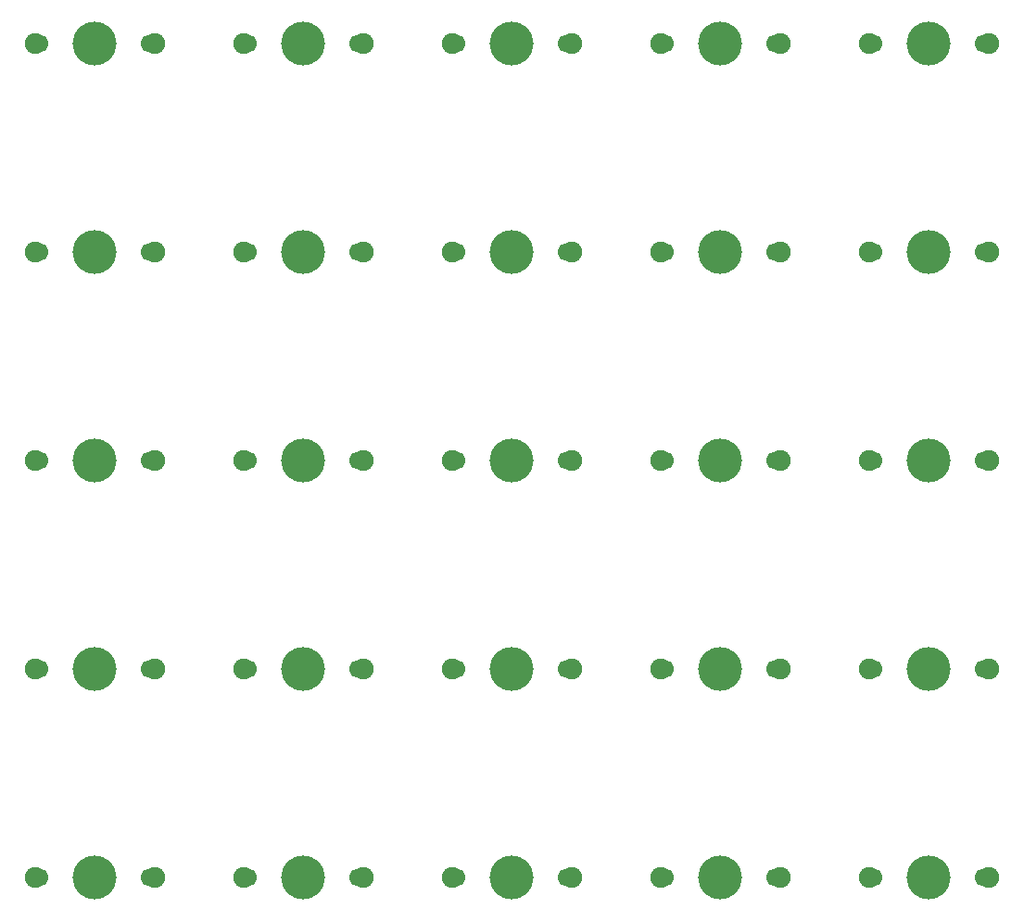
<source format=gts>
G04 #@! TF.GenerationSoftware,KiCad,Pcbnew,(5.1.9)-1*
G04 #@! TF.CreationDate,2021-04-17T21:53:40+09:00*
G04 #@! TF.ProjectId,____________,adfcb9a4-c3c1-428e-91a4-f3fa7f2e6b69,rev?*
G04 #@! TF.SameCoordinates,Original*
G04 #@! TF.FileFunction,Soldermask,Top*
G04 #@! TF.FilePolarity,Negative*
%FSLAX46Y46*%
G04 Gerber Fmt 4.6, Leading zero omitted, Abs format (unit mm)*
G04 Created by KiCad (PCBNEW (5.1.9)-1) date 2021-04-17 21:53:40*
%MOMM*%
%LPD*%
G01*
G04 APERTURE LIST*
%ADD10C,4.000000*%
%ADD11C,1.900000*%
%ADD12C,1.700000*%
G04 APERTURE END LIST*
D10*
X85700000Y7500000D03*
D11*
X80200000Y7500000D03*
X91200000Y7500000D03*
D12*
X90780000Y7500000D03*
X80620000Y7500000D03*
X80620000Y83700000D03*
X90780000Y83700000D03*
D11*
X91200000Y83700000D03*
X80200000Y83700000D03*
D10*
X85700000Y83700000D03*
D12*
X4420000Y83700000D03*
X14580000Y83700000D03*
D11*
X15000000Y83700000D03*
X4000000Y83700000D03*
D10*
X9500000Y83700000D03*
D12*
X80620000Y26550000D03*
X90780000Y26550000D03*
D11*
X91200000Y26550000D03*
X80200000Y26550000D03*
D10*
X85700000Y26550000D03*
D12*
X80620000Y64650000D03*
X90780000Y64650000D03*
D11*
X91200000Y64650000D03*
X80200000Y64650000D03*
D10*
X85700000Y64650000D03*
X9500000Y64650000D03*
D11*
X4000000Y64650000D03*
X15000000Y64650000D03*
D12*
X14580000Y64650000D03*
X4420000Y64650000D03*
X4420000Y45600000D03*
X14580000Y45600000D03*
D11*
X15000000Y45600000D03*
X4000000Y45600000D03*
D10*
X9500000Y45600000D03*
X9500000Y26550000D03*
D11*
X4000000Y26550000D03*
X15000000Y26550000D03*
D12*
X14580000Y26550000D03*
X4420000Y26550000D03*
X23470000Y83700000D03*
X33630000Y83700000D03*
D11*
X34050000Y83700000D03*
X23050000Y83700000D03*
D10*
X28550000Y83700000D03*
X28550000Y64650000D03*
D11*
X23050000Y64650000D03*
X34050000Y64650000D03*
D12*
X33630000Y64650000D03*
X23470000Y64650000D03*
X23470000Y45600000D03*
X33630000Y45600000D03*
D11*
X34050000Y45600000D03*
X23050000Y45600000D03*
D10*
X28550000Y45600000D03*
X28550000Y26550000D03*
D11*
X23050000Y26550000D03*
X34050000Y26550000D03*
D12*
X33630000Y26550000D03*
X23470000Y26550000D03*
D10*
X47600000Y83700000D03*
D11*
X42100000Y83700000D03*
X53100000Y83700000D03*
D12*
X52680000Y83700000D03*
X42520000Y83700000D03*
D10*
X47600000Y64650000D03*
D11*
X42100000Y64650000D03*
X53100000Y64650000D03*
D12*
X52680000Y64650000D03*
X42520000Y64650000D03*
X42520000Y45600000D03*
X52680000Y45600000D03*
D11*
X53100000Y45600000D03*
X42100000Y45600000D03*
D10*
X47600000Y45600000D03*
X47600000Y26550000D03*
D11*
X42100000Y26550000D03*
X53100000Y26550000D03*
D12*
X52680000Y26550000D03*
X42520000Y26550000D03*
X42520000Y7500000D03*
X52680000Y7500000D03*
D11*
X53100000Y7500000D03*
X42100000Y7500000D03*
D10*
X47600000Y7500000D03*
X66650000Y83700000D03*
D11*
X61150000Y83700000D03*
X72150000Y83700000D03*
D12*
X71730000Y83700000D03*
X61570000Y83700000D03*
D10*
X66650000Y64650000D03*
D11*
X61150000Y64650000D03*
X72150000Y64650000D03*
D12*
X71730000Y64650000D03*
X61570000Y64650000D03*
X61570000Y45600000D03*
X71730000Y45600000D03*
D11*
X72150000Y45600000D03*
X61150000Y45600000D03*
D10*
X66650000Y45600000D03*
D12*
X61570000Y26550000D03*
X71730000Y26550000D03*
D11*
X72150000Y26550000D03*
X61150000Y26550000D03*
D10*
X66650000Y26550000D03*
X66650000Y7500000D03*
D11*
X61150000Y7500000D03*
X72150000Y7500000D03*
D12*
X71730000Y7500000D03*
X61570000Y7500000D03*
D10*
X85700000Y45600000D03*
D11*
X80200000Y45600000D03*
X91200000Y45600000D03*
D12*
X90780000Y45600000D03*
X80620000Y45600000D03*
D10*
X9500000Y7500000D03*
D11*
X4000000Y7500000D03*
X15000000Y7500000D03*
D12*
X14580000Y7500000D03*
X4420000Y7500000D03*
X23470000Y7500000D03*
X33630000Y7500000D03*
D11*
X34050000Y7500000D03*
X23050000Y7500000D03*
D10*
X28550000Y7500000D03*
M02*

</source>
